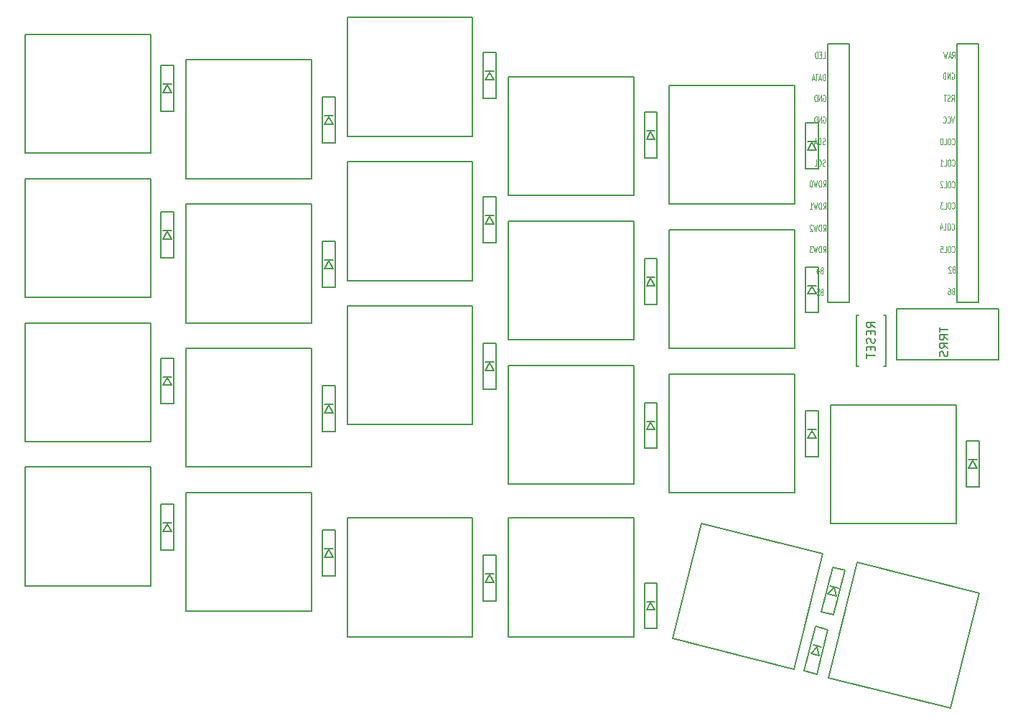
<source format=gbr>
%TF.GenerationSoftware,KiCad,Pcbnew,(5.1.0)-1*%
%TF.CreationDate,2021-02-23T00:32:09+09:00*%
%TF.ProjectId,20200129 thinkeyboardver0,32303230-3031-4323-9920-7468696e6b65,rev?*%
%TF.SameCoordinates,Original*%
%TF.FileFunction,Legend,Bot*%
%TF.FilePolarity,Positive*%
%FSLAX46Y46*%
G04 Gerber Fmt 4.6, Leading zero omitted, Abs format (unit mm)*
G04 Created by KiCad (PCBNEW (5.1.0)-1) date 2021-02-23 00:32:09*
%MOMM*%
%LPD*%
G04 APERTURE LIST*
%ADD10C,0.150000*%
%ADD11C,0.125000*%
G04 APERTURE END LIST*
D10*
%TO.C,SW14*%
X155999992Y-101899836D02*
X155999992Y-87899836D01*
X141199992Y-87899836D02*
X141199992Y-101899836D01*
X155999992Y-87899836D02*
X141199992Y-87899836D01*
X141199992Y-101899836D02*
X155999992Y-101899836D01*
%TO.C,SW23*%
X182250000Y-99000000D02*
X182500000Y-99000000D01*
X182250000Y-105000000D02*
X182250000Y-99000000D01*
X182500000Y-105000000D02*
X182250000Y-105000000D01*
X185750000Y-105000000D02*
X185500000Y-105000000D01*
X185750000Y-99000000D02*
X185750000Y-105000000D01*
X185500000Y-99000000D02*
X185750000Y-99000000D01*
%TO.C,J1*%
X199000000Y-98250000D02*
X199000000Y-104250000D01*
X199000000Y-104250000D02*
X187000000Y-104250000D01*
X187000000Y-104250000D02*
X187000000Y-98250000D01*
X187000000Y-98250000D02*
X199000000Y-98250000D01*
%TO.C,SW1*%
X98999992Y-79899836D02*
X98999992Y-65899836D01*
X84199992Y-65899836D02*
X84199992Y-79899836D01*
X98999992Y-65899836D02*
X84199992Y-65899836D01*
X84199992Y-79899836D02*
X98999992Y-79899836D01*
%TO.C,SW2*%
X84199992Y-96899836D02*
X98999992Y-96899836D01*
X98999992Y-82899836D02*
X84199992Y-82899836D01*
X84199992Y-82899836D02*
X84199992Y-96899836D01*
X98999992Y-96899836D02*
X98999992Y-82899836D01*
%TO.C,SW3*%
X98999992Y-113899836D02*
X98999992Y-99899836D01*
X84199992Y-99899836D02*
X84199992Y-113899836D01*
X98999992Y-99899836D02*
X84199992Y-99899836D01*
X84199992Y-113899836D02*
X98999992Y-113899836D01*
%TO.C,SW4*%
X84199992Y-130900000D02*
X98999992Y-130900000D01*
X98999992Y-116900000D02*
X84199992Y-116900000D01*
X84199992Y-116900000D02*
X84199992Y-130900000D01*
X98999992Y-130900000D02*
X98999992Y-116900000D01*
%TO.C,SW5*%
X117999992Y-82899836D02*
X117999992Y-68899836D01*
X103199992Y-68899836D02*
X103199992Y-82899836D01*
X117999992Y-68899836D02*
X103199992Y-68899836D01*
X103199992Y-82899836D02*
X117999992Y-82899836D01*
%TO.C,SW6*%
X103199992Y-99899836D02*
X117999992Y-99899836D01*
X117999992Y-85899836D02*
X103199992Y-85899836D01*
X103199992Y-85899836D02*
X103199992Y-99899836D01*
X117999992Y-99899836D02*
X117999992Y-85899836D01*
%TO.C,SW7*%
X117999992Y-116899836D02*
X117999992Y-102899836D01*
X103199992Y-102899836D02*
X103199992Y-116899836D01*
X117999992Y-102899836D02*
X103199992Y-102899836D01*
X103199992Y-116899836D02*
X117999992Y-116899836D01*
%TO.C,SW8*%
X103199992Y-133899836D02*
X117999992Y-133899836D01*
X117999992Y-119899836D02*
X103199992Y-119899836D01*
X103199992Y-119899836D02*
X103199992Y-133899836D01*
X117999992Y-133899836D02*
X117999992Y-119899836D01*
%TO.C,SW9*%
X136999992Y-77899836D02*
X136999992Y-63899836D01*
X122199992Y-63899836D02*
X122199992Y-77899836D01*
X136999992Y-63899836D02*
X122199992Y-63899836D01*
X122199992Y-77899836D02*
X136999992Y-77899836D01*
%TO.C,SW10*%
X122199992Y-94899836D02*
X136999992Y-94899836D01*
X136999992Y-80899836D02*
X122199992Y-80899836D01*
X122199992Y-80899836D02*
X122199992Y-94899836D01*
X136999992Y-94899836D02*
X136999992Y-80899836D01*
%TO.C,SW11*%
X136999992Y-111899836D02*
X136999992Y-97899836D01*
X122199992Y-97899836D02*
X122199992Y-111899836D01*
X136999992Y-97899836D02*
X122199992Y-97899836D01*
X122199992Y-111899836D02*
X136999992Y-111899836D01*
%TO.C,SW12*%
X122199992Y-136899836D02*
X136999992Y-136899836D01*
X136999992Y-122899836D02*
X122199992Y-122899836D01*
X122199992Y-122899836D02*
X122199992Y-136899836D01*
X136999992Y-136899836D02*
X136999992Y-122899836D01*
%TO.C,SW13*%
X141199992Y-84899836D02*
X155999992Y-84899836D01*
X155999992Y-70899836D02*
X141199992Y-70899836D01*
X141199992Y-70899836D02*
X141199992Y-84899836D01*
X155999992Y-84899836D02*
X155999992Y-70899836D01*
%TO.C,SW15*%
X141199992Y-118899836D02*
X155999992Y-118899836D01*
X155999992Y-104899836D02*
X141199992Y-104899836D01*
X141199992Y-104899836D02*
X141199992Y-118899836D01*
X155999992Y-118899836D02*
X155999992Y-104899836D01*
%TO.C,SW16*%
X155999992Y-136899836D02*
X155999992Y-122899836D01*
X141199992Y-122899836D02*
X141199992Y-136899836D01*
X155999992Y-122899836D02*
X141199992Y-122899836D01*
X141199992Y-136899836D02*
X155999992Y-136899836D01*
%TO.C,SW17*%
X174999992Y-85899836D02*
X174999992Y-71899836D01*
X160199992Y-71899836D02*
X160199992Y-85899836D01*
X174999992Y-71899836D02*
X160199992Y-71899836D01*
X160199992Y-85899836D02*
X174999992Y-85899836D01*
%TO.C,SW18*%
X160199992Y-102899836D02*
X174999992Y-102899836D01*
X174999992Y-88899836D02*
X160199992Y-88899836D01*
X160199992Y-88899836D02*
X160199992Y-102899836D01*
X174999992Y-102899836D02*
X174999992Y-88899836D01*
%TO.C,SW19*%
X160199992Y-119899836D02*
X174999992Y-119899836D01*
X174999992Y-105899836D02*
X160199992Y-105899836D01*
X160199992Y-105899836D02*
X160199992Y-119899836D01*
X174999992Y-119899836D02*
X174999992Y-105899836D01*
%TO.C,SW21*%
X179199992Y-123579836D02*
X193999992Y-123579836D01*
X193999992Y-109579836D02*
X179199992Y-109579836D01*
X179199992Y-109579836D02*
X179199992Y-123579836D01*
X193999992Y-123579836D02*
X193999992Y-109579836D01*
%TO.C,U1*%
X178840000Y-97502000D02*
X178840000Y-67022000D01*
X181380000Y-97502000D02*
X178840000Y-97502000D01*
X181380000Y-67022000D02*
X181380000Y-97502000D01*
X178840000Y-67022000D02*
X181380000Y-67022000D01*
X194080000Y-97502000D02*
X194080000Y-67022000D01*
X196620000Y-97502000D02*
X194080000Y-97502000D01*
X196620000Y-67022000D02*
X196620000Y-97502000D01*
X194080000Y-67022000D02*
X196620000Y-67022000D01*
%TO.C,SW20*%
X174907391Y-140717527D02*
X178294298Y-127133387D01*
X163933921Y-123552943D02*
X160547014Y-137137083D01*
X178294298Y-127133387D02*
X163933921Y-123552943D01*
X160547014Y-137137083D02*
X174907391Y-140717527D01*
%TO.C,SW22*%
X178982633Y-141733599D02*
X193343010Y-145314043D01*
X196729917Y-131729903D02*
X182369540Y-128149459D01*
X182369540Y-128149459D02*
X178982633Y-141733599D01*
X193343010Y-145314043D02*
X196729917Y-131729903D01*
%TO.C,D1*%
X101500000Y-71750000D02*
X100500000Y-71750000D01*
X101000000Y-71850000D02*
X101500000Y-72750000D01*
X101500000Y-72750000D02*
X100500000Y-72750000D01*
X100500000Y-72750000D02*
X101000000Y-71850000D01*
X101750000Y-74950000D02*
X101750000Y-69550000D01*
X101750000Y-69550000D02*
X100250000Y-69550000D01*
X100250000Y-69550000D02*
X100250000Y-74950000D01*
X100250000Y-74950000D02*
X101750000Y-74950000D01*
%TO.C,D2*%
X101500000Y-89000000D02*
X100500000Y-89000000D01*
X101000000Y-89100000D02*
X101500000Y-90000000D01*
X101500000Y-90000000D02*
X100500000Y-90000000D01*
X100500000Y-90000000D02*
X101000000Y-89100000D01*
X101750000Y-92200000D02*
X101750000Y-86800000D01*
X101750000Y-86800000D02*
X100250000Y-86800000D01*
X100250000Y-86800000D02*
X100250000Y-92200000D01*
X100250000Y-92200000D02*
X101750000Y-92200000D01*
%TO.C,D3*%
X100250000Y-109450000D02*
X101750000Y-109450000D01*
X100250000Y-104050000D02*
X100250000Y-109450000D01*
X101750000Y-104050000D02*
X100250000Y-104050000D01*
X101750000Y-109450000D02*
X101750000Y-104050000D01*
X100500000Y-107250000D02*
X101000000Y-106350000D01*
X101500000Y-107250000D02*
X100500000Y-107250000D01*
X101000000Y-106350000D02*
X101500000Y-107250000D01*
X101500000Y-106250000D02*
X100500000Y-106250000D01*
%TO.C,D4*%
X100250000Y-126700000D02*
X101750000Y-126700000D01*
X100250000Y-121300000D02*
X100250000Y-126700000D01*
X101750000Y-121300000D02*
X100250000Y-121300000D01*
X101750000Y-126700000D02*
X101750000Y-121300000D01*
X100500000Y-124500000D02*
X101000000Y-123600000D01*
X101500000Y-124500000D02*
X100500000Y-124500000D01*
X101000000Y-123600000D02*
X101500000Y-124500000D01*
X101500000Y-123500000D02*
X100500000Y-123500000D01*
%TO.C,D5*%
X119250000Y-78700000D02*
X120750000Y-78700000D01*
X119250000Y-73300000D02*
X119250000Y-78700000D01*
X120750000Y-73300000D02*
X119250000Y-73300000D01*
X120750000Y-78700000D02*
X120750000Y-73300000D01*
X119500000Y-76500000D02*
X120000000Y-75600000D01*
X120500000Y-76500000D02*
X119500000Y-76500000D01*
X120000000Y-75600000D02*
X120500000Y-76500000D01*
X120500000Y-75500000D02*
X119500000Y-75500000D01*
%TO.C,D6*%
X119250000Y-95700000D02*
X120750000Y-95700000D01*
X119250000Y-90300000D02*
X119250000Y-95700000D01*
X120750000Y-90300000D02*
X119250000Y-90300000D01*
X120750000Y-95700000D02*
X120750000Y-90300000D01*
X119500000Y-93500000D02*
X120000000Y-92600000D01*
X120500000Y-93500000D02*
X119500000Y-93500000D01*
X120000000Y-92600000D02*
X120500000Y-93500000D01*
X120500000Y-92500000D02*
X119500000Y-92500000D01*
%TO.C,D7*%
X119250000Y-112700000D02*
X120750000Y-112700000D01*
X119250000Y-107300000D02*
X119250000Y-112700000D01*
X120750000Y-107300000D02*
X119250000Y-107300000D01*
X120750000Y-112700000D02*
X120750000Y-107300000D01*
X119500000Y-110500000D02*
X120000000Y-109600000D01*
X120500000Y-110500000D02*
X119500000Y-110500000D01*
X120000000Y-109600000D02*
X120500000Y-110500000D01*
X120500000Y-109500000D02*
X119500000Y-109500000D01*
%TO.C,D8*%
X119250000Y-129700000D02*
X120750000Y-129700000D01*
X119250000Y-124300000D02*
X119250000Y-129700000D01*
X120750000Y-124300000D02*
X119250000Y-124300000D01*
X120750000Y-129700000D02*
X120750000Y-124300000D01*
X119500000Y-127500000D02*
X120000000Y-126600000D01*
X120500000Y-127500000D02*
X119500000Y-127500000D01*
X120000000Y-126600000D02*
X120500000Y-127500000D01*
X120500000Y-126500000D02*
X119500000Y-126500000D01*
%TO.C,D9*%
X139500000Y-70250000D02*
X138500000Y-70250000D01*
X139000000Y-70350000D02*
X139500000Y-71250000D01*
X139500000Y-71250000D02*
X138500000Y-71250000D01*
X138500000Y-71250000D02*
X139000000Y-70350000D01*
X139750000Y-73450000D02*
X139750000Y-68050000D01*
X139750000Y-68050000D02*
X138250000Y-68050000D01*
X138250000Y-68050000D02*
X138250000Y-73450000D01*
X138250000Y-73450000D02*
X139750000Y-73450000D01*
%TO.C,D10*%
X139500000Y-87250000D02*
X138500000Y-87250000D01*
X139000000Y-87350000D02*
X139500000Y-88250000D01*
X139500000Y-88250000D02*
X138500000Y-88250000D01*
X138500000Y-88250000D02*
X139000000Y-87350000D01*
X139750000Y-90450000D02*
X139750000Y-85050000D01*
X139750000Y-85050000D02*
X138250000Y-85050000D01*
X138250000Y-85050000D02*
X138250000Y-90450000D01*
X138250000Y-90450000D02*
X139750000Y-90450000D01*
%TO.C,D11*%
X138250000Y-107700000D02*
X139750000Y-107700000D01*
X138250000Y-102300000D02*
X138250000Y-107700000D01*
X139750000Y-102300000D02*
X138250000Y-102300000D01*
X139750000Y-107700000D02*
X139750000Y-102300000D01*
X138500000Y-105500000D02*
X139000000Y-104600000D01*
X139500000Y-105500000D02*
X138500000Y-105500000D01*
X139000000Y-104600000D02*
X139500000Y-105500000D01*
X139500000Y-104500000D02*
X138500000Y-104500000D01*
%TO.C,D12*%
X139500000Y-129500000D02*
X138500000Y-129500000D01*
X139000000Y-129600000D02*
X139500000Y-130500000D01*
X139500000Y-130500000D02*
X138500000Y-130500000D01*
X138500000Y-130500000D02*
X139000000Y-129600000D01*
X139750000Y-132700000D02*
X139750000Y-127300000D01*
X139750000Y-127300000D02*
X138250000Y-127300000D01*
X138250000Y-127300000D02*
X138250000Y-132700000D01*
X138250000Y-132700000D02*
X139750000Y-132700000D01*
%TO.C,D13*%
X158500000Y-77250000D02*
X157500000Y-77250000D01*
X158000000Y-77350000D02*
X158500000Y-78250000D01*
X158500000Y-78250000D02*
X157500000Y-78250000D01*
X157500000Y-78250000D02*
X158000000Y-77350000D01*
X158750000Y-80450000D02*
X158750000Y-75050000D01*
X158750000Y-75050000D02*
X157250000Y-75050000D01*
X157250000Y-75050000D02*
X157250000Y-80450000D01*
X157250000Y-80450000D02*
X158750000Y-80450000D01*
%TO.C,D14*%
X157250000Y-97700000D02*
X158750000Y-97700000D01*
X157250000Y-92300000D02*
X157250000Y-97700000D01*
X158750000Y-92300000D02*
X157250000Y-92300000D01*
X158750000Y-97700000D02*
X158750000Y-92300000D01*
X157500000Y-95500000D02*
X158000000Y-94600000D01*
X158500000Y-95500000D02*
X157500000Y-95500000D01*
X158000000Y-94600000D02*
X158500000Y-95500000D01*
X158500000Y-94500000D02*
X157500000Y-94500000D01*
%TO.C,D15*%
X158500000Y-111500000D02*
X157500000Y-111500000D01*
X158000000Y-111600000D02*
X158500000Y-112500000D01*
X158500000Y-112500000D02*
X157500000Y-112500000D01*
X157500000Y-112500000D02*
X158000000Y-111600000D01*
X158750000Y-114700000D02*
X158750000Y-109300000D01*
X158750000Y-109300000D02*
X157250000Y-109300000D01*
X157250000Y-109300000D02*
X157250000Y-114700000D01*
X157250000Y-114700000D02*
X158750000Y-114700000D01*
%TO.C,D16*%
X157250000Y-135950000D02*
X158750000Y-135950000D01*
X157250000Y-130550000D02*
X157250000Y-135950000D01*
X158750000Y-130550000D02*
X157250000Y-130550000D01*
X158750000Y-135950000D02*
X158750000Y-130550000D01*
X157500000Y-133750000D02*
X158000000Y-132850000D01*
X158500000Y-133750000D02*
X157500000Y-133750000D01*
X158000000Y-132850000D02*
X158500000Y-133750000D01*
X158500000Y-132750000D02*
X157500000Y-132750000D01*
%TO.C,D17*%
X177500000Y-78500000D02*
X176500000Y-78500000D01*
X177000000Y-78600000D02*
X177500000Y-79500000D01*
X177500000Y-79500000D02*
X176500000Y-79500000D01*
X176500000Y-79500000D02*
X177000000Y-78600000D01*
X177750000Y-81700000D02*
X177750000Y-76300000D01*
X177750000Y-76300000D02*
X176250000Y-76300000D01*
X176250000Y-76300000D02*
X176250000Y-81700000D01*
X176250000Y-81700000D02*
X177750000Y-81700000D01*
%TO.C,D18*%
X176250000Y-98700000D02*
X177750000Y-98700000D01*
X176250000Y-93300000D02*
X176250000Y-98700000D01*
X177750000Y-93300000D02*
X176250000Y-93300000D01*
X177750000Y-98700000D02*
X177750000Y-93300000D01*
X176500000Y-96500000D02*
X177000000Y-95600000D01*
X177500000Y-96500000D02*
X176500000Y-96500000D01*
X177000000Y-95600000D02*
X177500000Y-96500000D01*
X177500000Y-95500000D02*
X176500000Y-95500000D01*
%TO.C,D19*%
X176250000Y-115700000D02*
X177750000Y-115700000D01*
X176250000Y-110300000D02*
X176250000Y-115700000D01*
X177750000Y-110300000D02*
X176250000Y-110300000D01*
X177750000Y-115700000D02*
X177750000Y-110300000D01*
X176500000Y-113500000D02*
X177000000Y-112600000D01*
X177500000Y-113500000D02*
X176500000Y-113500000D01*
X177000000Y-112600000D02*
X177500000Y-113500000D01*
X177500000Y-112500000D02*
X176500000Y-112500000D01*
%TO.C,D20*%
X178106109Y-138135813D02*
X177135813Y-137893891D01*
X177596769Y-138111882D02*
X177864187Y-139106109D01*
X177864187Y-139106109D02*
X176893891Y-138864187D01*
X176893891Y-138864187D02*
X177596769Y-138111882D01*
X177574533Y-141301240D02*
X178880911Y-136061643D01*
X178880911Y-136061643D02*
X177425467Y-135698760D01*
X177425467Y-135698760D02*
X176119089Y-140938357D01*
X176119089Y-140938357D02*
X177574533Y-141301240D01*
%TO.C,D21*%
X196500000Y-116000000D02*
X195500000Y-116000000D01*
X196000000Y-116100000D02*
X196500000Y-117000000D01*
X196500000Y-117000000D02*
X195500000Y-117000000D01*
X195500000Y-117000000D02*
X196000000Y-116100000D01*
X196750000Y-119200000D02*
X196750000Y-113800000D01*
X196750000Y-113800000D02*
X195250000Y-113800000D01*
X195250000Y-113800000D02*
X195250000Y-119200000D01*
X195250000Y-119200000D02*
X196750000Y-119200000D01*
%TO.C,D22*%
X180106109Y-131135813D02*
X179135813Y-130893891D01*
X179596769Y-131111882D02*
X179864187Y-132106109D01*
X179864187Y-132106109D02*
X178893891Y-131864187D01*
X178893891Y-131864187D02*
X179596769Y-131111882D01*
X179574533Y-134301240D02*
X180880911Y-129061643D01*
X180880911Y-129061643D02*
X179425467Y-128698760D01*
X179425467Y-128698760D02*
X178119089Y-133938357D01*
X178119089Y-133938357D02*
X179574533Y-134301240D01*
%TO.C,SW23*%
X184452380Y-100420619D02*
X183976190Y-100087285D01*
X184452380Y-99849190D02*
X183452380Y-99849190D01*
X183452380Y-100230142D01*
X183500000Y-100325380D01*
X183547619Y-100373000D01*
X183642857Y-100420619D01*
X183785714Y-100420619D01*
X183880952Y-100373000D01*
X183928571Y-100325380D01*
X183976190Y-100230142D01*
X183976190Y-99849190D01*
X183928571Y-100849190D02*
X183928571Y-101182523D01*
X184452380Y-101325380D02*
X184452380Y-100849190D01*
X183452380Y-100849190D01*
X183452380Y-101325380D01*
X184404761Y-101706333D02*
X184452380Y-101849190D01*
X184452380Y-102087285D01*
X184404761Y-102182523D01*
X184357142Y-102230142D01*
X184261904Y-102277761D01*
X184166666Y-102277761D01*
X184071428Y-102230142D01*
X184023809Y-102182523D01*
X183976190Y-102087285D01*
X183928571Y-101896809D01*
X183880952Y-101801571D01*
X183833333Y-101753952D01*
X183738095Y-101706333D01*
X183642857Y-101706333D01*
X183547619Y-101753952D01*
X183500000Y-101801571D01*
X183452380Y-101896809D01*
X183452380Y-102134904D01*
X183500000Y-102277761D01*
X183928571Y-102706333D02*
X183928571Y-103039666D01*
X184452380Y-103182523D02*
X184452380Y-102706333D01*
X183452380Y-102706333D01*
X183452380Y-103182523D01*
X183452380Y-103468238D02*
X183452380Y-104039666D01*
X184452380Y-103753952D02*
X183452380Y-103753952D01*
%TO.C,J1*%
X192038880Y-100412595D02*
X192038880Y-100984023D01*
X193038880Y-100698309D02*
X192038880Y-100698309D01*
X193038880Y-101888785D02*
X192562690Y-101555452D01*
X193038880Y-101317357D02*
X192038880Y-101317357D01*
X192038880Y-101698309D01*
X192086500Y-101793547D01*
X192134119Y-101841166D01*
X192229357Y-101888785D01*
X192372214Y-101888785D01*
X192467452Y-101841166D01*
X192515071Y-101793547D01*
X192562690Y-101698309D01*
X192562690Y-101317357D01*
X193038880Y-102888785D02*
X192562690Y-102555452D01*
X193038880Y-102317357D02*
X192038880Y-102317357D01*
X192038880Y-102698309D01*
X192086500Y-102793547D01*
X192134119Y-102841166D01*
X192229357Y-102888785D01*
X192372214Y-102888785D01*
X192467452Y-102841166D01*
X192515071Y-102793547D01*
X192562690Y-102698309D01*
X192562690Y-102317357D01*
X192991261Y-103269738D02*
X193038880Y-103412595D01*
X193038880Y-103650690D01*
X192991261Y-103745928D01*
X192943642Y-103793547D01*
X192848404Y-103841166D01*
X192753166Y-103841166D01*
X192657928Y-103793547D01*
X192610309Y-103745928D01*
X192562690Y-103650690D01*
X192515071Y-103460214D01*
X192467452Y-103364976D01*
X192419833Y-103317357D01*
X192324595Y-103269738D01*
X192229357Y-103269738D01*
X192134119Y-103317357D01*
X192086500Y-103364976D01*
X192038880Y-103460214D01*
X192038880Y-103698309D01*
X192086500Y-103841166D01*
%TO.C,U1*%
D11*
X193536238Y-68694785D02*
X193702904Y-68337642D01*
X193821952Y-68694785D02*
X193821952Y-67944785D01*
X193631476Y-67944785D01*
X193583857Y-67980500D01*
X193560047Y-68016214D01*
X193536238Y-68087642D01*
X193536238Y-68194785D01*
X193560047Y-68266214D01*
X193583857Y-68301928D01*
X193631476Y-68337642D01*
X193821952Y-68337642D01*
X193345761Y-68480500D02*
X193107666Y-68480500D01*
X193393380Y-68694785D02*
X193226714Y-67944785D01*
X193060047Y-68694785D01*
X192941000Y-67944785D02*
X192821952Y-68694785D01*
X192726714Y-68159071D01*
X192631476Y-68694785D01*
X192512428Y-67944785D01*
X178272428Y-68694785D02*
X178510523Y-68694785D01*
X178510523Y-67944785D01*
X178105761Y-68301928D02*
X177939095Y-68301928D01*
X177867666Y-68694785D02*
X178105761Y-68694785D01*
X178105761Y-67944785D01*
X177867666Y-67944785D01*
X177653380Y-68694785D02*
X177653380Y-67944785D01*
X177534333Y-67944785D01*
X177462904Y-67980500D01*
X177415285Y-68051928D01*
X177391476Y-68123357D01*
X177367666Y-68266214D01*
X177367666Y-68373357D01*
X177391476Y-68516214D01*
X177415285Y-68587642D01*
X177462904Y-68659071D01*
X177534333Y-68694785D01*
X177653380Y-68694785D01*
X193508452Y-70457000D02*
X193556071Y-70421285D01*
X193627500Y-70421285D01*
X193698928Y-70457000D01*
X193746547Y-70528428D01*
X193770357Y-70599857D01*
X193794166Y-70742714D01*
X193794166Y-70849857D01*
X193770357Y-70992714D01*
X193746547Y-71064142D01*
X193698928Y-71135571D01*
X193627500Y-71171285D01*
X193579880Y-71171285D01*
X193508452Y-71135571D01*
X193484642Y-71099857D01*
X193484642Y-70849857D01*
X193579880Y-70849857D01*
X193270357Y-71171285D02*
X193270357Y-70421285D01*
X192984642Y-71171285D01*
X192984642Y-70421285D01*
X192746547Y-71171285D02*
X192746547Y-70421285D01*
X192627500Y-70421285D01*
X192556071Y-70457000D01*
X192508452Y-70528428D01*
X192484642Y-70599857D01*
X192460833Y-70742714D01*
X192460833Y-70849857D01*
X192484642Y-70992714D01*
X192508452Y-71064142D01*
X192556071Y-71135571D01*
X192627500Y-71171285D01*
X192746547Y-71171285D01*
X178550000Y-71339285D02*
X178550000Y-70589285D01*
X178430952Y-70589285D01*
X178359523Y-70625000D01*
X178311904Y-70696428D01*
X178288095Y-70767857D01*
X178264285Y-70910714D01*
X178264285Y-71017857D01*
X178288095Y-71160714D01*
X178311904Y-71232142D01*
X178359523Y-71303571D01*
X178430952Y-71339285D01*
X178550000Y-71339285D01*
X178073809Y-71125000D02*
X177835714Y-71125000D01*
X178121428Y-71339285D02*
X177954761Y-70589285D01*
X177788095Y-71339285D01*
X177692857Y-70589285D02*
X177407142Y-70589285D01*
X177550000Y-71339285D02*
X177550000Y-70589285D01*
X177264285Y-71125000D02*
X177026190Y-71125000D01*
X177311904Y-71339285D02*
X177145238Y-70589285D01*
X176978571Y-71339285D01*
X193464809Y-73774785D02*
X193631476Y-73417642D01*
X193750523Y-73774785D02*
X193750523Y-73024785D01*
X193560047Y-73024785D01*
X193512428Y-73060500D01*
X193488619Y-73096214D01*
X193464809Y-73167642D01*
X193464809Y-73274785D01*
X193488619Y-73346214D01*
X193512428Y-73381928D01*
X193560047Y-73417642D01*
X193750523Y-73417642D01*
X193274333Y-73739071D02*
X193202904Y-73774785D01*
X193083857Y-73774785D01*
X193036238Y-73739071D01*
X193012428Y-73703357D01*
X192988619Y-73631928D01*
X192988619Y-73560500D01*
X193012428Y-73489071D01*
X193036238Y-73453357D01*
X193083857Y-73417642D01*
X193179095Y-73381928D01*
X193226714Y-73346214D01*
X193250523Y-73310500D01*
X193274333Y-73239071D01*
X193274333Y-73167642D01*
X193250523Y-73096214D01*
X193226714Y-73060500D01*
X193179095Y-73024785D01*
X193060047Y-73024785D01*
X192988619Y-73060500D01*
X192845761Y-73024785D02*
X192560047Y-73024785D01*
X192702904Y-73774785D02*
X192702904Y-73024785D01*
X178331952Y-73060500D02*
X178379571Y-73024785D01*
X178451000Y-73024785D01*
X178522428Y-73060500D01*
X178570047Y-73131928D01*
X178593857Y-73203357D01*
X178617666Y-73346214D01*
X178617666Y-73453357D01*
X178593857Y-73596214D01*
X178570047Y-73667642D01*
X178522428Y-73739071D01*
X178451000Y-73774785D01*
X178403380Y-73774785D01*
X178331952Y-73739071D01*
X178308142Y-73703357D01*
X178308142Y-73453357D01*
X178403380Y-73453357D01*
X178093857Y-73774785D02*
X178093857Y-73024785D01*
X177808142Y-73774785D01*
X177808142Y-73024785D01*
X177570047Y-73774785D02*
X177570047Y-73024785D01*
X177451000Y-73024785D01*
X177379571Y-73060500D01*
X177331952Y-73131928D01*
X177308142Y-73203357D01*
X177284333Y-73346214D01*
X177284333Y-73453357D01*
X177308142Y-73596214D01*
X177331952Y-73667642D01*
X177379571Y-73739071D01*
X177451000Y-73774785D01*
X177570047Y-73774785D01*
X193794166Y-75564785D02*
X193627500Y-76314785D01*
X193460833Y-75564785D01*
X193008452Y-76243357D02*
X193032261Y-76279071D01*
X193103690Y-76314785D01*
X193151309Y-76314785D01*
X193222738Y-76279071D01*
X193270357Y-76207642D01*
X193294166Y-76136214D01*
X193317976Y-75993357D01*
X193317976Y-75886214D01*
X193294166Y-75743357D01*
X193270357Y-75671928D01*
X193222738Y-75600500D01*
X193151309Y-75564785D01*
X193103690Y-75564785D01*
X193032261Y-75600500D01*
X193008452Y-75636214D01*
X192508452Y-76243357D02*
X192532261Y-76279071D01*
X192603690Y-76314785D01*
X192651309Y-76314785D01*
X192722738Y-76279071D01*
X192770357Y-76207642D01*
X192794166Y-76136214D01*
X192817976Y-75993357D01*
X192817976Y-75886214D01*
X192794166Y-75743357D01*
X192770357Y-75671928D01*
X192722738Y-75600500D01*
X192651309Y-75564785D01*
X192603690Y-75564785D01*
X192532261Y-75600500D01*
X192508452Y-75636214D01*
X178331952Y-75600500D02*
X178379571Y-75564785D01*
X178451000Y-75564785D01*
X178522428Y-75600500D01*
X178570047Y-75671928D01*
X178593857Y-75743357D01*
X178617666Y-75886214D01*
X178617666Y-75993357D01*
X178593857Y-76136214D01*
X178570047Y-76207642D01*
X178522428Y-76279071D01*
X178451000Y-76314785D01*
X178403380Y-76314785D01*
X178331952Y-76279071D01*
X178308142Y-76243357D01*
X178308142Y-75993357D01*
X178403380Y-75993357D01*
X178093857Y-76314785D02*
X178093857Y-75564785D01*
X177808142Y-76314785D01*
X177808142Y-75564785D01*
X177570047Y-76314785D02*
X177570047Y-75564785D01*
X177451000Y-75564785D01*
X177379571Y-75600500D01*
X177331952Y-75671928D01*
X177308142Y-75743357D01*
X177284333Y-75886214D01*
X177284333Y-75993357D01*
X177308142Y-76136214D01*
X177331952Y-76207642D01*
X177379571Y-76279071D01*
X177451000Y-76314785D01*
X177570047Y-76314785D01*
X193547619Y-86367857D02*
X193571428Y-86403571D01*
X193642857Y-86439285D01*
X193690476Y-86439285D01*
X193761904Y-86403571D01*
X193809523Y-86332142D01*
X193833333Y-86260714D01*
X193857142Y-86117857D01*
X193857142Y-86010714D01*
X193833333Y-85867857D01*
X193809523Y-85796428D01*
X193761904Y-85725000D01*
X193690476Y-85689285D01*
X193642857Y-85689285D01*
X193571428Y-85725000D01*
X193547619Y-85760714D01*
X193238095Y-85689285D02*
X193142857Y-85689285D01*
X193095238Y-85725000D01*
X193047619Y-85796428D01*
X193023809Y-85939285D01*
X193023809Y-86189285D01*
X193047619Y-86332142D01*
X193095238Y-86403571D01*
X193142857Y-86439285D01*
X193238095Y-86439285D01*
X193285714Y-86403571D01*
X193333333Y-86332142D01*
X193357142Y-86189285D01*
X193357142Y-85939285D01*
X193333333Y-85796428D01*
X193285714Y-85725000D01*
X193238095Y-85689285D01*
X192571428Y-86439285D02*
X192809523Y-86439285D01*
X192809523Y-85689285D01*
X192452380Y-85689285D02*
X192142857Y-85689285D01*
X192309523Y-85975000D01*
X192238095Y-85975000D01*
X192190476Y-86010714D01*
X192166666Y-86046428D01*
X192142857Y-86117857D01*
X192142857Y-86296428D01*
X192166666Y-86367857D01*
X192190476Y-86403571D01*
X192238095Y-86439285D01*
X192380952Y-86439285D01*
X192428571Y-86403571D01*
X192452380Y-86367857D01*
X178330952Y-83871285D02*
X178497619Y-83514142D01*
X178616666Y-83871285D02*
X178616666Y-83121285D01*
X178426190Y-83121285D01*
X178378571Y-83157000D01*
X178354761Y-83192714D01*
X178330952Y-83264142D01*
X178330952Y-83371285D01*
X178354761Y-83442714D01*
X178378571Y-83478428D01*
X178426190Y-83514142D01*
X178616666Y-83514142D01*
X178021428Y-83121285D02*
X177926190Y-83121285D01*
X177878571Y-83157000D01*
X177830952Y-83228428D01*
X177807142Y-83371285D01*
X177807142Y-83621285D01*
X177830952Y-83764142D01*
X177878571Y-83835571D01*
X177926190Y-83871285D01*
X178021428Y-83871285D01*
X178069047Y-83835571D01*
X178116666Y-83764142D01*
X178140476Y-83621285D01*
X178140476Y-83371285D01*
X178116666Y-83228428D01*
X178069047Y-83157000D01*
X178021428Y-83121285D01*
X177640476Y-83121285D02*
X177521428Y-83871285D01*
X177426190Y-83335571D01*
X177330952Y-83871285D01*
X177211904Y-83121285D01*
X176926190Y-83121285D02*
X176878571Y-83121285D01*
X176830952Y-83157000D01*
X176807142Y-83192714D01*
X176783333Y-83264142D01*
X176759523Y-83407000D01*
X176759523Y-83585571D01*
X176783333Y-83728428D01*
X176807142Y-83799857D01*
X176830952Y-83835571D01*
X176878571Y-83871285D01*
X176926190Y-83871285D01*
X176973809Y-83835571D01*
X176997619Y-83799857D01*
X177021428Y-83728428D01*
X177045238Y-83585571D01*
X177045238Y-83407000D01*
X177021428Y-83264142D01*
X176997619Y-83192714D01*
X176973809Y-83157000D01*
X176926190Y-83121285D01*
X193547619Y-83867857D02*
X193571428Y-83903571D01*
X193642857Y-83939285D01*
X193690476Y-83939285D01*
X193761904Y-83903571D01*
X193809523Y-83832142D01*
X193833333Y-83760714D01*
X193857142Y-83617857D01*
X193857142Y-83510714D01*
X193833333Y-83367857D01*
X193809523Y-83296428D01*
X193761904Y-83225000D01*
X193690476Y-83189285D01*
X193642857Y-83189285D01*
X193571428Y-83225000D01*
X193547619Y-83260714D01*
X193238095Y-83189285D02*
X193142857Y-83189285D01*
X193095238Y-83225000D01*
X193047619Y-83296428D01*
X193023809Y-83439285D01*
X193023809Y-83689285D01*
X193047619Y-83832142D01*
X193095238Y-83903571D01*
X193142857Y-83939285D01*
X193238095Y-83939285D01*
X193285714Y-83903571D01*
X193333333Y-83832142D01*
X193357142Y-83689285D01*
X193357142Y-83439285D01*
X193333333Y-83296428D01*
X193285714Y-83225000D01*
X193238095Y-83189285D01*
X192571428Y-83939285D02*
X192809523Y-83939285D01*
X192809523Y-83189285D01*
X192428571Y-83260714D02*
X192404761Y-83225000D01*
X192357142Y-83189285D01*
X192238095Y-83189285D01*
X192190476Y-83225000D01*
X192166666Y-83260714D01*
X192142857Y-83332142D01*
X192142857Y-83403571D01*
X192166666Y-83510714D01*
X192452380Y-83939285D01*
X192142857Y-83939285D01*
X178546238Y-81359071D02*
X178474809Y-81394785D01*
X178355761Y-81394785D01*
X178308142Y-81359071D01*
X178284333Y-81323357D01*
X178260523Y-81251928D01*
X178260523Y-81180500D01*
X178284333Y-81109071D01*
X178308142Y-81073357D01*
X178355761Y-81037642D01*
X178451000Y-81001928D01*
X178498619Y-80966214D01*
X178522428Y-80930500D01*
X178546238Y-80859071D01*
X178546238Y-80787642D01*
X178522428Y-80716214D01*
X178498619Y-80680500D01*
X178451000Y-80644785D01*
X178331952Y-80644785D01*
X178260523Y-80680500D01*
X177760523Y-81323357D02*
X177784333Y-81359071D01*
X177855761Y-81394785D01*
X177903380Y-81394785D01*
X177974809Y-81359071D01*
X178022428Y-81287642D01*
X178046238Y-81216214D01*
X178070047Y-81073357D01*
X178070047Y-80966214D01*
X178046238Y-80823357D01*
X178022428Y-80751928D01*
X177974809Y-80680500D01*
X177903380Y-80644785D01*
X177855761Y-80644785D01*
X177784333Y-80680500D01*
X177760523Y-80716214D01*
X177308142Y-81394785D02*
X177546238Y-81394785D01*
X177546238Y-80644785D01*
X193547619Y-81323357D02*
X193571428Y-81359071D01*
X193642857Y-81394785D01*
X193690476Y-81394785D01*
X193761904Y-81359071D01*
X193809523Y-81287642D01*
X193833333Y-81216214D01*
X193857142Y-81073357D01*
X193857142Y-80966214D01*
X193833333Y-80823357D01*
X193809523Y-80751928D01*
X193761904Y-80680500D01*
X193690476Y-80644785D01*
X193642857Y-80644785D01*
X193571428Y-80680500D01*
X193547619Y-80716214D01*
X193238095Y-80644785D02*
X193142857Y-80644785D01*
X193095238Y-80680500D01*
X193047619Y-80751928D01*
X193023809Y-80894785D01*
X193023809Y-81144785D01*
X193047619Y-81287642D01*
X193095238Y-81359071D01*
X193142857Y-81394785D01*
X193238095Y-81394785D01*
X193285714Y-81359071D01*
X193333333Y-81287642D01*
X193357142Y-81144785D01*
X193357142Y-80894785D01*
X193333333Y-80751928D01*
X193285714Y-80680500D01*
X193238095Y-80644785D01*
X192571428Y-81394785D02*
X192809523Y-81394785D01*
X192809523Y-80644785D01*
X192142857Y-81394785D02*
X192428571Y-81394785D01*
X192285714Y-81394785D02*
X192285714Y-80644785D01*
X192333333Y-80751928D01*
X192380952Y-80823357D01*
X192428571Y-80859071D01*
X178558142Y-78819071D02*
X178486714Y-78854785D01*
X178367666Y-78854785D01*
X178320047Y-78819071D01*
X178296238Y-78783357D01*
X178272428Y-78711928D01*
X178272428Y-78640500D01*
X178296238Y-78569071D01*
X178320047Y-78533357D01*
X178367666Y-78497642D01*
X178462904Y-78461928D01*
X178510523Y-78426214D01*
X178534333Y-78390500D01*
X178558142Y-78319071D01*
X178558142Y-78247642D01*
X178534333Y-78176214D01*
X178510523Y-78140500D01*
X178462904Y-78104785D01*
X178343857Y-78104785D01*
X178272428Y-78140500D01*
X178058142Y-78854785D02*
X178058142Y-78104785D01*
X177939095Y-78104785D01*
X177867666Y-78140500D01*
X177820047Y-78211928D01*
X177796238Y-78283357D01*
X177772428Y-78426214D01*
X177772428Y-78533357D01*
X177796238Y-78676214D01*
X177820047Y-78747642D01*
X177867666Y-78819071D01*
X177939095Y-78854785D01*
X178058142Y-78854785D01*
X177581952Y-78640500D02*
X177343857Y-78640500D01*
X177629571Y-78854785D02*
X177462904Y-78104785D01*
X177296238Y-78854785D01*
X193547619Y-78817857D02*
X193571428Y-78853571D01*
X193642857Y-78889285D01*
X193690476Y-78889285D01*
X193761904Y-78853571D01*
X193809523Y-78782142D01*
X193833333Y-78710714D01*
X193857142Y-78567857D01*
X193857142Y-78460714D01*
X193833333Y-78317857D01*
X193809523Y-78246428D01*
X193761904Y-78175000D01*
X193690476Y-78139285D01*
X193642857Y-78139285D01*
X193571428Y-78175000D01*
X193547619Y-78210714D01*
X193238095Y-78139285D02*
X193142857Y-78139285D01*
X193095238Y-78175000D01*
X193047619Y-78246428D01*
X193023809Y-78389285D01*
X193023809Y-78639285D01*
X193047619Y-78782142D01*
X193095238Y-78853571D01*
X193142857Y-78889285D01*
X193238095Y-78889285D01*
X193285714Y-78853571D01*
X193333333Y-78782142D01*
X193357142Y-78639285D01*
X193357142Y-78389285D01*
X193333333Y-78246428D01*
X193285714Y-78175000D01*
X193238095Y-78139285D01*
X192571428Y-78889285D02*
X192809523Y-78889285D01*
X192809523Y-78139285D01*
X192309523Y-78139285D02*
X192261904Y-78139285D01*
X192214285Y-78175000D01*
X192190476Y-78210714D01*
X192166666Y-78282142D01*
X192142857Y-78425000D01*
X192142857Y-78603571D01*
X192166666Y-78746428D01*
X192190476Y-78817857D01*
X192214285Y-78853571D01*
X192261904Y-78889285D01*
X192309523Y-78889285D01*
X192357142Y-78853571D01*
X192380952Y-78817857D01*
X192404761Y-78746428D01*
X192428571Y-78603571D01*
X192428571Y-78425000D01*
X192404761Y-78282142D01*
X192380952Y-78210714D01*
X192357142Y-78175000D01*
X192309523Y-78139285D01*
X193647380Y-96178428D02*
X193575952Y-96214142D01*
X193552142Y-96249857D01*
X193528333Y-96321285D01*
X193528333Y-96428428D01*
X193552142Y-96499857D01*
X193575952Y-96535571D01*
X193623571Y-96571285D01*
X193814047Y-96571285D01*
X193814047Y-95821285D01*
X193647380Y-95821285D01*
X193599761Y-95857000D01*
X193575952Y-95892714D01*
X193552142Y-95964142D01*
X193552142Y-96035571D01*
X193575952Y-96107000D01*
X193599761Y-96142714D01*
X193647380Y-96178428D01*
X193814047Y-96178428D01*
X193099761Y-95821285D02*
X193195000Y-95821285D01*
X193242619Y-95857000D01*
X193266428Y-95892714D01*
X193314047Y-95999857D01*
X193337857Y-96142714D01*
X193337857Y-96428428D01*
X193314047Y-96499857D01*
X193290238Y-96535571D01*
X193242619Y-96571285D01*
X193147380Y-96571285D01*
X193099761Y-96535571D01*
X193075952Y-96499857D01*
X193052142Y-96428428D01*
X193052142Y-96249857D01*
X193075952Y-96178428D01*
X193099761Y-96142714D01*
X193147380Y-96107000D01*
X193242619Y-96107000D01*
X193290238Y-96142714D01*
X193314047Y-96178428D01*
X193337857Y-96249857D01*
X178153380Y-96241928D02*
X178081952Y-96277642D01*
X178058142Y-96313357D01*
X178034333Y-96384785D01*
X178034333Y-96491928D01*
X178058142Y-96563357D01*
X178081952Y-96599071D01*
X178129571Y-96634785D01*
X178320047Y-96634785D01*
X178320047Y-95884785D01*
X178153380Y-95884785D01*
X178105761Y-95920500D01*
X178081952Y-95956214D01*
X178058142Y-96027642D01*
X178058142Y-96099071D01*
X178081952Y-96170500D01*
X178105761Y-96206214D01*
X178153380Y-96241928D01*
X178320047Y-96241928D01*
X177581952Y-95884785D02*
X177820047Y-95884785D01*
X177843857Y-96241928D01*
X177820047Y-96206214D01*
X177772428Y-96170500D01*
X177653380Y-96170500D01*
X177605761Y-96206214D01*
X177581952Y-96241928D01*
X177558142Y-96313357D01*
X177558142Y-96491928D01*
X177581952Y-96563357D01*
X177605761Y-96599071D01*
X177653380Y-96634785D01*
X177772428Y-96634785D01*
X177820047Y-96599071D01*
X177843857Y-96563357D01*
X178153380Y-93701928D02*
X178081952Y-93737642D01*
X178058142Y-93773357D01*
X178034333Y-93844785D01*
X178034333Y-93951928D01*
X178058142Y-94023357D01*
X178081952Y-94059071D01*
X178129571Y-94094785D01*
X178320047Y-94094785D01*
X178320047Y-93344785D01*
X178153380Y-93344785D01*
X178105761Y-93380500D01*
X178081952Y-93416214D01*
X178058142Y-93487642D01*
X178058142Y-93559071D01*
X178081952Y-93630500D01*
X178105761Y-93666214D01*
X178153380Y-93701928D01*
X178320047Y-93701928D01*
X177605761Y-93594785D02*
X177605761Y-94094785D01*
X177724809Y-93309071D02*
X177843857Y-93844785D01*
X177534333Y-93844785D01*
X193710880Y-93574928D02*
X193639452Y-93610642D01*
X193615642Y-93646357D01*
X193591833Y-93717785D01*
X193591833Y-93824928D01*
X193615642Y-93896357D01*
X193639452Y-93932071D01*
X193687071Y-93967785D01*
X193877547Y-93967785D01*
X193877547Y-93217785D01*
X193710880Y-93217785D01*
X193663261Y-93253500D01*
X193639452Y-93289214D01*
X193615642Y-93360642D01*
X193615642Y-93432071D01*
X193639452Y-93503500D01*
X193663261Y-93539214D01*
X193710880Y-93574928D01*
X193877547Y-93574928D01*
X193401357Y-93289214D02*
X193377547Y-93253500D01*
X193329928Y-93217785D01*
X193210880Y-93217785D01*
X193163261Y-93253500D01*
X193139452Y-93289214D01*
X193115642Y-93360642D01*
X193115642Y-93432071D01*
X193139452Y-93539214D01*
X193425166Y-93967785D01*
X193115642Y-93967785D01*
X178330952Y-91589285D02*
X178497619Y-91232142D01*
X178616666Y-91589285D02*
X178616666Y-90839285D01*
X178426190Y-90839285D01*
X178378571Y-90875000D01*
X178354761Y-90910714D01*
X178330952Y-90982142D01*
X178330952Y-91089285D01*
X178354761Y-91160714D01*
X178378571Y-91196428D01*
X178426190Y-91232142D01*
X178616666Y-91232142D01*
X178021428Y-90839285D02*
X177926190Y-90839285D01*
X177878571Y-90875000D01*
X177830952Y-90946428D01*
X177807142Y-91089285D01*
X177807142Y-91339285D01*
X177830952Y-91482142D01*
X177878571Y-91553571D01*
X177926190Y-91589285D01*
X178021428Y-91589285D01*
X178069047Y-91553571D01*
X178116666Y-91482142D01*
X178140476Y-91339285D01*
X178140476Y-91089285D01*
X178116666Y-90946428D01*
X178069047Y-90875000D01*
X178021428Y-90839285D01*
X177640476Y-90839285D02*
X177521428Y-91589285D01*
X177426190Y-91053571D01*
X177330952Y-91589285D01*
X177211904Y-90839285D01*
X177069047Y-90839285D02*
X176759523Y-90839285D01*
X176926190Y-91125000D01*
X176854761Y-91125000D01*
X176807142Y-91160714D01*
X176783333Y-91196428D01*
X176759523Y-91267857D01*
X176759523Y-91446428D01*
X176783333Y-91517857D01*
X176807142Y-91553571D01*
X176854761Y-91589285D01*
X176997619Y-91589285D01*
X177045238Y-91553571D01*
X177069047Y-91517857D01*
X193547619Y-91517857D02*
X193571428Y-91553571D01*
X193642857Y-91589285D01*
X193690476Y-91589285D01*
X193761904Y-91553571D01*
X193809523Y-91482142D01*
X193833333Y-91410714D01*
X193857142Y-91267857D01*
X193857142Y-91160714D01*
X193833333Y-91017857D01*
X193809523Y-90946428D01*
X193761904Y-90875000D01*
X193690476Y-90839285D01*
X193642857Y-90839285D01*
X193571428Y-90875000D01*
X193547619Y-90910714D01*
X193238095Y-90839285D02*
X193142857Y-90839285D01*
X193095238Y-90875000D01*
X193047619Y-90946428D01*
X193023809Y-91089285D01*
X193023809Y-91339285D01*
X193047619Y-91482142D01*
X193095238Y-91553571D01*
X193142857Y-91589285D01*
X193238095Y-91589285D01*
X193285714Y-91553571D01*
X193333333Y-91482142D01*
X193357142Y-91339285D01*
X193357142Y-91089285D01*
X193333333Y-90946428D01*
X193285714Y-90875000D01*
X193238095Y-90839285D01*
X192571428Y-91589285D02*
X192809523Y-91589285D01*
X192809523Y-90839285D01*
X192166666Y-90839285D02*
X192404761Y-90839285D01*
X192428571Y-91196428D01*
X192404761Y-91160714D01*
X192357142Y-91125000D01*
X192238095Y-91125000D01*
X192190476Y-91160714D01*
X192166666Y-91196428D01*
X192142857Y-91267857D01*
X192142857Y-91446428D01*
X192166666Y-91517857D01*
X192190476Y-91553571D01*
X192238095Y-91589285D01*
X192357142Y-91589285D01*
X192404761Y-91553571D01*
X192428571Y-91517857D01*
X178330952Y-89078285D02*
X178497619Y-88721142D01*
X178616666Y-89078285D02*
X178616666Y-88328285D01*
X178426190Y-88328285D01*
X178378571Y-88364000D01*
X178354761Y-88399714D01*
X178330952Y-88471142D01*
X178330952Y-88578285D01*
X178354761Y-88649714D01*
X178378571Y-88685428D01*
X178426190Y-88721142D01*
X178616666Y-88721142D01*
X178021428Y-88328285D02*
X177926190Y-88328285D01*
X177878571Y-88364000D01*
X177830952Y-88435428D01*
X177807142Y-88578285D01*
X177807142Y-88828285D01*
X177830952Y-88971142D01*
X177878571Y-89042571D01*
X177926190Y-89078285D01*
X178021428Y-89078285D01*
X178069047Y-89042571D01*
X178116666Y-88971142D01*
X178140476Y-88828285D01*
X178140476Y-88578285D01*
X178116666Y-88435428D01*
X178069047Y-88364000D01*
X178021428Y-88328285D01*
X177640476Y-88328285D02*
X177521428Y-89078285D01*
X177426190Y-88542571D01*
X177330952Y-89078285D01*
X177211904Y-88328285D01*
X177045238Y-88399714D02*
X177021428Y-88364000D01*
X176973809Y-88328285D01*
X176854761Y-88328285D01*
X176807142Y-88364000D01*
X176783333Y-88399714D01*
X176759523Y-88471142D01*
X176759523Y-88542571D01*
X176783333Y-88649714D01*
X177069047Y-89078285D01*
X176759523Y-89078285D01*
X193497619Y-88879857D02*
X193521428Y-88915571D01*
X193592857Y-88951285D01*
X193640476Y-88951285D01*
X193711904Y-88915571D01*
X193759523Y-88844142D01*
X193783333Y-88772714D01*
X193807142Y-88629857D01*
X193807142Y-88522714D01*
X193783333Y-88379857D01*
X193759523Y-88308428D01*
X193711904Y-88237000D01*
X193640476Y-88201285D01*
X193592857Y-88201285D01*
X193521428Y-88237000D01*
X193497619Y-88272714D01*
X193188095Y-88201285D02*
X193092857Y-88201285D01*
X193045238Y-88237000D01*
X192997619Y-88308428D01*
X192973809Y-88451285D01*
X192973809Y-88701285D01*
X192997619Y-88844142D01*
X193045238Y-88915571D01*
X193092857Y-88951285D01*
X193188095Y-88951285D01*
X193235714Y-88915571D01*
X193283333Y-88844142D01*
X193307142Y-88701285D01*
X193307142Y-88451285D01*
X193283333Y-88308428D01*
X193235714Y-88237000D01*
X193188095Y-88201285D01*
X192521428Y-88951285D02*
X192759523Y-88951285D01*
X192759523Y-88201285D01*
X192140476Y-88451285D02*
X192140476Y-88951285D01*
X192259523Y-88165571D02*
X192378571Y-88701285D01*
X192069047Y-88701285D01*
X178330952Y-86474785D02*
X178497619Y-86117642D01*
X178616666Y-86474785D02*
X178616666Y-85724785D01*
X178426190Y-85724785D01*
X178378571Y-85760500D01*
X178354761Y-85796214D01*
X178330952Y-85867642D01*
X178330952Y-85974785D01*
X178354761Y-86046214D01*
X178378571Y-86081928D01*
X178426190Y-86117642D01*
X178616666Y-86117642D01*
X178021428Y-85724785D02*
X177926190Y-85724785D01*
X177878571Y-85760500D01*
X177830952Y-85831928D01*
X177807142Y-85974785D01*
X177807142Y-86224785D01*
X177830952Y-86367642D01*
X177878571Y-86439071D01*
X177926190Y-86474785D01*
X178021428Y-86474785D01*
X178069047Y-86439071D01*
X178116666Y-86367642D01*
X178140476Y-86224785D01*
X178140476Y-85974785D01*
X178116666Y-85831928D01*
X178069047Y-85760500D01*
X178021428Y-85724785D01*
X177640476Y-85724785D02*
X177521428Y-86474785D01*
X177426190Y-85939071D01*
X177330952Y-86474785D01*
X177211904Y-85724785D01*
X176759523Y-86474785D02*
X177045238Y-86474785D01*
X176902380Y-86474785D02*
X176902380Y-85724785D01*
X176950000Y-85831928D01*
X176997619Y-85903357D01*
X177045238Y-85939071D01*
D10*
%TD*%
M02*

</source>
